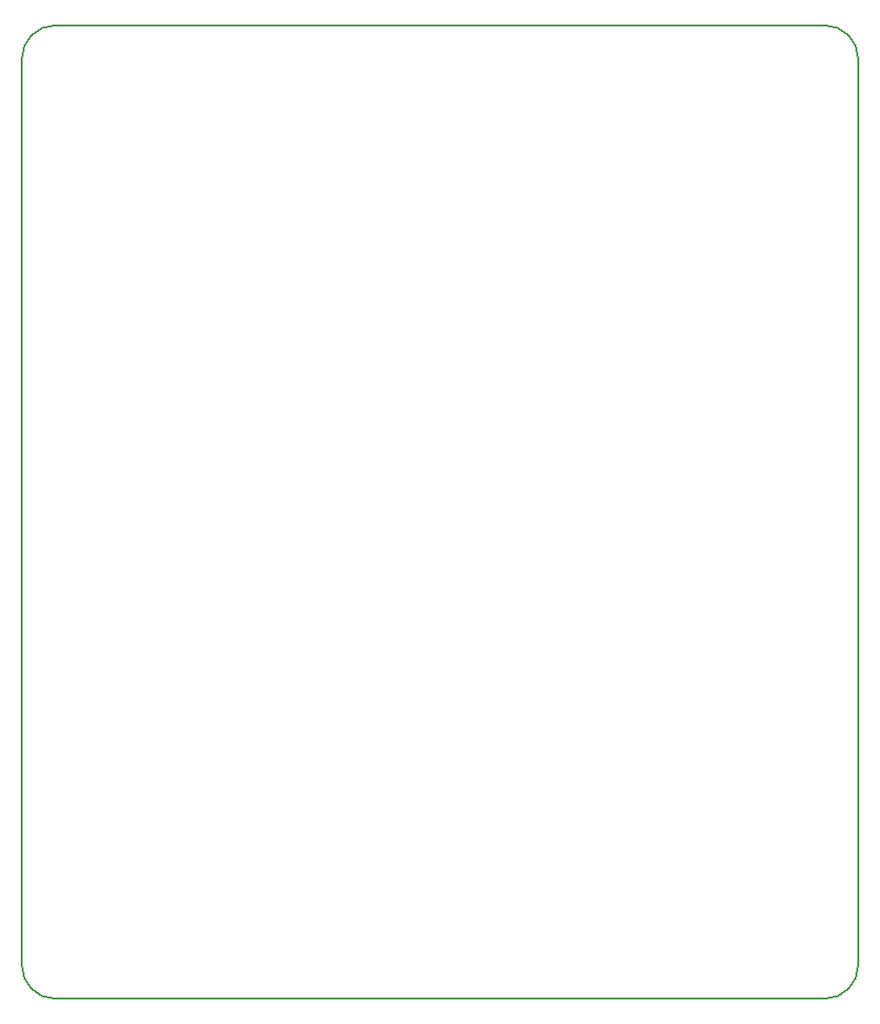
<source format=gbr>
G04 #@! TF.GenerationSoftware,KiCad,Pcbnew,(5.1.4)-1*
G04 #@! TF.CreationDate,2019-11-11T11:03:15+09:00*
G04 #@! TF.ProjectId,CanDCMD_ver1.1,43616e44-434d-4445-9f76-6572312e312e,rev?*
G04 #@! TF.SameCoordinates,Original*
G04 #@! TF.FileFunction,Profile,NP*
%FSLAX46Y46*%
G04 Gerber Fmt 4.6, Leading zero omitted, Abs format (unit mm)*
G04 Created by KiCad (PCBNEW (5.1.4)-1) date 2019-11-11 11:03:15*
%MOMM*%
%LPD*%
G04 APERTURE LIST*
%ADD10C,0.150000*%
G04 APERTURE END LIST*
D10*
X160000000Y-60750000D02*
X91000000Y-60750000D01*
X91000000Y-148000000D02*
X160000000Y-148000000D01*
X163000000Y-145000000D02*
X163000000Y-63750000D01*
X88000000Y-63750000D02*
X88000000Y-145000000D01*
X163000000Y-63750000D02*
G75*
G03X160000000Y-60750000I-3000000J0D01*
G01*
X91000000Y-60750000D02*
G75*
G03X88000000Y-63750000I0J-3000000D01*
G01*
X160000000Y-148000000D02*
G75*
G03X163000000Y-145000000I0J3000000D01*
G01*
X88000000Y-145000000D02*
G75*
G03X91000000Y-148000000I3000000J0D01*
G01*
M02*

</source>
